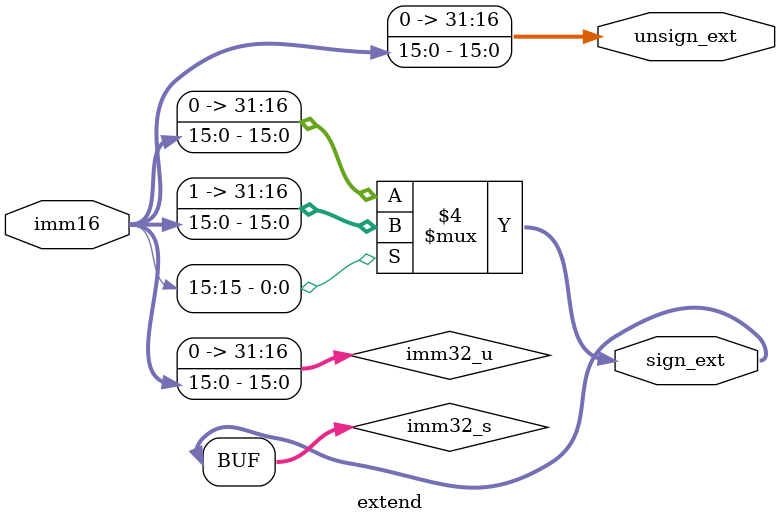
<source format=v>
`timescale 1ns / 1ps
module extend(
    input [15:0]imm16,
    output [31:0]sign_ext,
    output [31:0]unsign_ext
    );

    reg [31:0]imm32_s;
    assign sign_ext = imm32_s;
    reg [31:0]imm32_u;
    assign unsign_ext = imm32_u;

    always @*
    begin
        imm32_u = {16'h0000,imm16};
        if (imm16[15]==1) begin
            imm32_s = {16'hffff,imm16};
        end
        else
        begin
            imm32_s = {16'h0000,imm16};
        end
    end
    
    


endmodule

</source>
